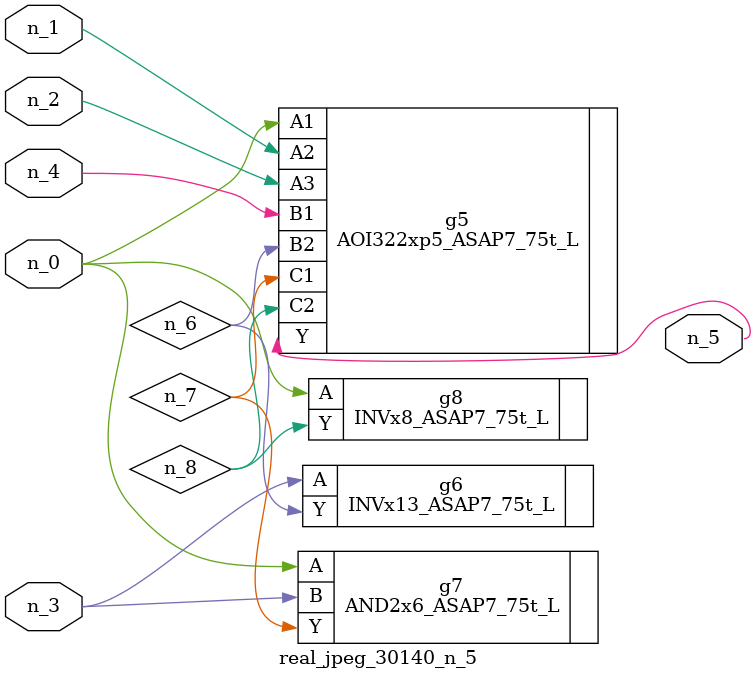
<source format=v>
module real_jpeg_30140_n_5 (n_4, n_0, n_1, n_2, n_3, n_5);

input n_4;
input n_0;
input n_1;
input n_2;
input n_3;

output n_5;

wire n_8;
wire n_6;
wire n_7;

AOI322xp5_ASAP7_75t_L g5 ( 
.A1(n_0),
.A2(n_1),
.A3(n_2),
.B1(n_4),
.B2(n_6),
.C1(n_7),
.C2(n_8),
.Y(n_5)
);

AND2x6_ASAP7_75t_L g7 ( 
.A(n_0),
.B(n_3),
.Y(n_7)
);

INVx8_ASAP7_75t_L g8 ( 
.A(n_0),
.Y(n_8)
);

INVx13_ASAP7_75t_L g6 ( 
.A(n_3),
.Y(n_6)
);


endmodule
</source>
